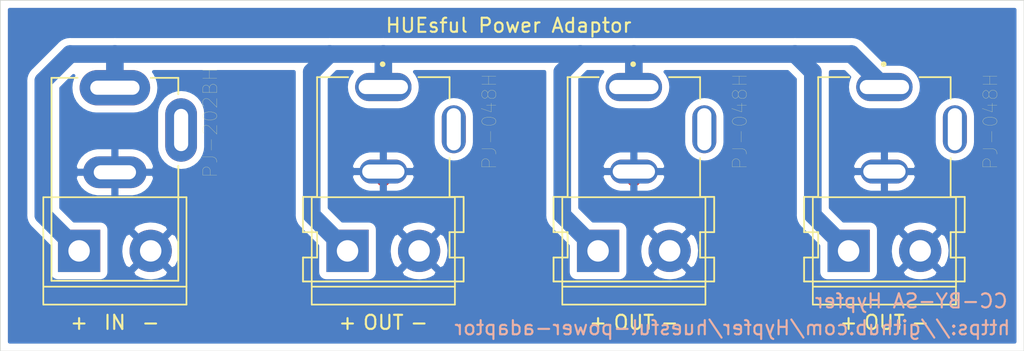
<source format=kicad_pcb>
(kicad_pcb (version 20171130) (host pcbnew "(5.1.7)-1")

  (general
    (thickness 1.6)
    (drawings 19)
    (tracks 25)
    (zones 0)
    (modules 8)
    (nets 7)
  )

  (page A4)
  (layers
    (0 F.Cu signal)
    (31 B.Cu signal)
    (32 B.Adhes user)
    (33 F.Adhes user)
    (34 B.Paste user)
    (35 F.Paste user)
    (36 B.SilkS user)
    (37 F.SilkS user)
    (38 B.Mask user)
    (39 F.Mask user)
    (40 Dwgs.User user)
    (41 Cmts.User user)
    (42 Eco1.User user)
    (43 Eco2.User user)
    (44 Edge.Cuts user)
    (45 Margin user)
    (46 B.CrtYd user hide)
    (47 F.CrtYd user hide)
    (48 B.Fab user)
    (49 F.Fab user hide)
  )

  (setup
    (last_trace_width 0.25)
    (user_trace_width 1.25)
    (trace_clearance 0.2)
    (zone_clearance 0.508)
    (zone_45_only no)
    (trace_min 0.2)
    (via_size 0.8)
    (via_drill 0.4)
    (via_min_size 0.4)
    (via_min_drill 0.3)
    (uvia_size 0.3)
    (uvia_drill 0.1)
    (uvias_allowed no)
    (uvia_min_size 0.2)
    (uvia_min_drill 0.1)
    (edge_width 0.05)
    (segment_width 0.2)
    (pcb_text_width 0.3)
    (pcb_text_size 1.5 1.5)
    (mod_edge_width 0.12)
    (mod_text_size 1 1)
    (mod_text_width 0.15)
    (pad_size 1.524 1.524)
    (pad_drill 0.762)
    (pad_to_mask_clearance 0)
    (aux_axis_origin 0 0)
    (visible_elements 7FFFFFFF)
    (pcbplotparams
      (layerselection 0x010fc_ffffffff)
      (usegerberextensions false)
      (usegerberattributes true)
      (usegerberadvancedattributes true)
      (creategerberjobfile true)
      (excludeedgelayer true)
      (linewidth 0.100000)
      (plotframeref false)
      (viasonmask false)
      (mode 1)
      (useauxorigin false)
      (hpglpennumber 1)
      (hpglpenspeed 20)
      (hpglpendiameter 15.000000)
      (psnegative false)
      (psa4output false)
      (plotreference true)
      (plotvalue true)
      (plotinvisibletext false)
      (padsonsilk false)
      (subtractmaskfromsilk false)
      (outputformat 1)
      (mirror false)
      (drillshape 0)
      (scaleselection 1)
      (outputdirectory "./plot/"))
  )

  (net 0 "")
  (net 1 "Net-(J1-Pad3)")
  (net 2 GND)
  (net 3 "Net-(J1-Pad1)")
  (net 4 "Net-(J2-Pad3)")
  (net 5 "Net-(J3-Pad3)")
  (net 6 "Net-(J4-Pad3)")

  (net_class Default "This is the default net class."
    (clearance 0.2)
    (trace_width 0.25)
    (via_dia 0.8)
    (via_drill 0.4)
    (uvia_dia 0.3)
    (uvia_drill 0.1)
    (add_net GND)
    (add_net "Net-(J1-Pad1)")
    (add_net "Net-(J1-Pad3)")
    (add_net "Net-(J2-Pad3)")
    (add_net "Net-(J3-Pad3)")
    (add_net "Net-(J4-Pad3)")
  )

  (module PJ-048H:CUI_PJ-048H (layer F.Cu) (tedit 5F931996) (tstamp 5F93CA8C)
    (at 168.91 63.5 270)
    (path /5F934203)
    (fp_text reference PJ-048H (at -4.096645 -7.528015 90) (layer F.SilkS)
      (effects (font (size 1.000402 1.000402) (thickness 0.015)))
    )
    (fp_text value PJ-048H (at -0.58566 7.59381 90) (layer F.Fab)
      (effects (font (size 1.001165 1.001165) (thickness 0.015)))
    )
    (fp_line (start 1.25 -4.7) (end -1.5 -4.7) (layer F.SilkS) (width 0.127))
    (fp_line (start -7.25 4.7) (end -7.25 2.5) (layer F.SilkS) (width 0.127))
    (fp_line (start -7.25 -4.7) (end -5.7 -4.7) (layer F.SilkS) (width 0.127))
    (fp_line (start -7.75 -6.25) (end 7.5 -6.25) (layer F.CrtYd) (width 0.05))
    (fp_line (start -7.75 6) (end -7.75 -6.25) (layer F.CrtYd) (width 0.05))
    (fp_line (start 7.5 6) (end -7.75 6) (layer F.CrtYd) (width 0.05))
    (fp_line (start 7.5 -6.25) (end 7.5 6) (layer F.CrtYd) (width 0.05))
    (fp_line (start 5.55 -5.7) (end 7.25 -5.7) (layer F.SilkS) (width 0.127))
    (fp_line (start 5.55 -4.7) (end 5.55 -5.7) (layer F.SilkS) (width 0.127))
    (fp_line (start 3.75 -4.7) (end 5.55 -4.7) (layer F.SilkS) (width 0.127))
    (fp_line (start 3.75 -5.7) (end 3.75 -4.7) (layer F.SilkS) (width 0.127))
    (fp_line (start 1.25 -5.7) (end 3.75 -5.7) (layer F.SilkS) (width 0.127))
    (fp_line (start 1.25 -4.7) (end 1.25 -5.7) (layer F.SilkS) (width 0.127))
    (fp_line (start -7.25 -2.5) (end -7.25 -4.7) (layer F.SilkS) (width 0.127))
    (fp_line (start 1.25 4.7) (end -7.25 4.7) (layer F.SilkS) (width 0.127))
    (fp_line (start 1.25 5.7) (end 1.25 4.7) (layer F.SilkS) (width 0.127))
    (fp_line (start 3.75 5.7) (end 1.25 5.7) (layer F.SilkS) (width 0.127))
    (fp_line (start 3.75 4.7) (end 3.75 5.7) (layer F.SilkS) (width 0.127))
    (fp_line (start 5.55 4.7) (end 3.75 4.7) (layer F.SilkS) (width 0.127))
    (fp_line (start 5.55 5.7) (end 5.55 4.7) (layer F.SilkS) (width 0.127))
    (fp_line (start 7.25 5.7) (end 5.55 5.7) (layer F.SilkS) (width 0.127))
    (fp_line (start 7.25 5.7) (end 7.25 -5.7) (layer F.Fab) (width 0.127))
    (fp_line (start 1.25 -4.7) (end -7.25 -4.7) (layer F.Fab) (width 0.127))
    (fp_line (start 1.25 -5.7) (end 1.25 -4.7) (layer F.Fab) (width 0.127))
    (fp_line (start 3.75 -5.7) (end 1.25 -5.7) (layer F.Fab) (width 0.127))
    (fp_line (start 3.75 -4.7) (end 3.75 -5.7) (layer F.Fab) (width 0.127))
    (fp_line (start 5.55 -4.7) (end 3.75 -4.7) (layer F.Fab) (width 0.127))
    (fp_line (start 5.55 -5.7) (end 5.55 -4.7) (layer F.Fab) (width 0.127))
    (fp_line (start 7.25 -5.7) (end 5.55 -5.7) (layer F.Fab) (width 0.127))
    (fp_line (start -7.25 4.7) (end -7.25 -4.7) (layer F.Fab) (width 0.127))
    (fp_line (start 1.25 4.7) (end -7.25 4.7) (layer F.Fab) (width 0.127))
    (fp_line (start 1.25 5.7) (end 1.25 4.7) (layer F.Fab) (width 0.127))
    (fp_line (start 3.75 5.7) (end 1.25 5.7) (layer F.Fab) (width 0.127))
    (fp_line (start 3.75 4.7) (end 3.75 5.7) (layer F.Fab) (width 0.127))
    (fp_line (start 5.55 4.7) (end 3.75 4.7) (layer F.Fab) (width 0.127))
    (fp_line (start 5.55 5.7) (end 5.55 4.7) (layer F.Fab) (width 0.127))
    (fp_line (start 7.25 5.7) (end 5.55 5.7) (layer F.Fab) (width 0.127))
    (fp_line (start 7.25 5.7) (end 7.25 -5.7) (layer F.SilkS) (width 0.127))
    (fp_circle (center -8.17 0.05) (end -8.07 0.05) (layer F.SilkS) (width 0.2))
    (pad 2 thru_hole oval (at -0.55 0 270) (size 1.7 3.4) (drill oval 1 3) (layers *.Cu *.Mask)
      (net 2 GND))
    (pad 3 thru_hole oval (at -3.55 -5 270) (size 3.4 1.7) (drill oval 3 1) (layers *.Cu *.Mask)
      (net 4 "Net-(J2-Pad3)"))
    (pad 1 thru_hole oval (at -6.55 0 270) (size 2 4) (drill oval 1 3.5) (layers *.Cu *.Mask)
      (net 3 "Net-(J1-Pad1)"))
  )

  (module TerminalBlock:TerminalBlock_bornier-2_P5.08mm (layer F.Cu) (tedit 59FF03AB) (tstamp 5F93A390)
    (at 184.15 68.58)
    (descr "simple 2-pin terminal block, pitch 5.08mm, revamped version of bornier2")
    (tags "terminal block bornier2")
    (path /5F93E71D)
    (fp_text reference J7 (at 2.54 -5.08) (layer F.SilkS) hide
      (effects (font (size 1 1) (thickness 0.15)))
    )
    (fp_text value "OUT 2" (at 2.54 5.08) (layer F.Fab)
      (effects (font (size 1 1) (thickness 0.15)))
    )
    (fp_line (start 7.79 4) (end -2.71 4) (layer F.CrtYd) (width 0.05))
    (fp_line (start 7.79 4) (end 7.79 -4) (layer F.CrtYd) (width 0.05))
    (fp_line (start -2.71 -4) (end -2.71 4) (layer F.CrtYd) (width 0.05))
    (fp_line (start -2.71 -4) (end 7.79 -4) (layer F.CrtYd) (width 0.05))
    (fp_line (start -2.54 3.81) (end 7.62 3.81) (layer F.SilkS) (width 0.12))
    (fp_line (start -2.54 -3.81) (end -2.54 3.81) (layer F.SilkS) (width 0.12))
    (fp_line (start 7.62 -3.81) (end -2.54 -3.81) (layer F.SilkS) (width 0.12))
    (fp_line (start 7.62 3.81) (end 7.62 -3.81) (layer F.SilkS) (width 0.12))
    (fp_line (start 7.62 2.54) (end -2.54 2.54) (layer F.SilkS) (width 0.12))
    (fp_line (start 7.54 -3.75) (end -2.46 -3.75) (layer F.Fab) (width 0.1))
    (fp_line (start 7.54 3.75) (end 7.54 -3.75) (layer F.Fab) (width 0.1))
    (fp_line (start -2.46 3.75) (end 7.54 3.75) (layer F.Fab) (width 0.1))
    (fp_line (start -2.46 -3.75) (end -2.46 3.75) (layer F.Fab) (width 0.1))
    (fp_line (start -2.41 2.55) (end 7.49 2.55) (layer F.Fab) (width 0.1))
    (fp_text user %R (at 2.54 0) (layer F.Fab)
      (effects (font (size 1 1) (thickness 0.15)))
    )
    (pad 2 thru_hole circle (at 5.08 0) (size 3 3) (drill 1.52) (layers *.Cu *.Mask)
      (net 2 GND))
    (pad 1 thru_hole rect (at 0 0) (size 3 3) (drill 1.52) (layers *.Cu *.Mask)
      (net 3 "Net-(J1-Pad1)"))
    (model ${KISYS3DMOD}/TerminalBlock.3dshapes/TerminalBlock_bornier-2_P5.08mm.wrl
      (offset (xyz 2.539999961853027 0 0))
      (scale (xyz 1 1 1))
      (rotate (xyz 0 0 0))
    )
  )

  (module TerminalBlock:TerminalBlock_bornier-2_P5.08mm (layer F.Cu) (tedit 59FF03AB) (tstamp 5F939EF4)
    (at 147.32 68.58)
    (descr "simple 2-pin terminal block, pitch 5.08mm, revamped version of bornier2")
    (tags "terminal block bornier2")
    (path /5F938A6A)
    (fp_text reference J5 (at 2.54 -5.08) (layer F.SilkS) hide
      (effects (font (size 1 1) (thickness 0.15)))
    )
    (fp_text value IN (at 2.54 5.08) (layer F.Fab)
      (effects (font (size 1 1) (thickness 0.15)))
    )
    (fp_line (start 7.79 4) (end -2.71 4) (layer F.CrtYd) (width 0.05))
    (fp_line (start 7.79 4) (end 7.79 -4) (layer F.CrtYd) (width 0.05))
    (fp_line (start -2.71 -4) (end -2.71 4) (layer F.CrtYd) (width 0.05))
    (fp_line (start -2.71 -4) (end 7.79 -4) (layer F.CrtYd) (width 0.05))
    (fp_line (start -2.54 3.81) (end 7.62 3.81) (layer F.SilkS) (width 0.12))
    (fp_line (start -2.54 -3.81) (end -2.54 3.81) (layer F.SilkS) (width 0.12))
    (fp_line (start 7.62 -3.81) (end -2.54 -3.81) (layer F.SilkS) (width 0.12))
    (fp_line (start 7.62 3.81) (end 7.62 -3.81) (layer F.SilkS) (width 0.12))
    (fp_line (start 7.62 2.54) (end -2.54 2.54) (layer F.SilkS) (width 0.12))
    (fp_line (start 7.54 -3.75) (end -2.46 -3.75) (layer F.Fab) (width 0.1))
    (fp_line (start 7.54 3.75) (end 7.54 -3.75) (layer F.Fab) (width 0.1))
    (fp_line (start -2.46 3.75) (end 7.54 3.75) (layer F.Fab) (width 0.1))
    (fp_line (start -2.46 -3.75) (end -2.46 3.75) (layer F.Fab) (width 0.1))
    (fp_line (start -2.41 2.55) (end 7.49 2.55) (layer F.Fab) (width 0.1))
    (fp_text user %R (at 2.54 0) (layer F.Fab)
      (effects (font (size 1 1) (thickness 0.15)))
    )
    (pad 2 thru_hole circle (at 5.08 0) (size 3 3) (drill 1.52) (layers *.Cu *.Mask)
      (net 2 GND))
    (pad 1 thru_hole rect (at 0 0) (size 3 3) (drill 1.52) (layers *.Cu *.Mask)
      (net 3 "Net-(J1-Pad1)"))
    (model ${KISYS3DMOD}/TerminalBlock.3dshapes/TerminalBlock_bornier-2_P5.08mm.wrl
      (offset (xyz 2.539999961853027 0 0))
      (scale (xyz 1 1 1))
      (rotate (xyz 0 0 0))
    )
  )

  (module TerminalBlock:TerminalBlock_bornier-2_P5.08mm (layer F.Cu) (tedit 59FF03AB) (tstamp 5F93A3A5)
    (at 201.93 68.58)
    (descr "simple 2-pin terminal block, pitch 5.08mm, revamped version of bornier2")
    (tags "terminal block bornier2")
    (path /5F93EFCF)
    (fp_text reference J8 (at 2.54 -5.08) (layer F.SilkS) hide
      (effects (font (size 1 1) (thickness 0.15)))
    )
    (fp_text value "OUT 3" (at 2.54 5.08) (layer F.Fab)
      (effects (font (size 1 1) (thickness 0.15)))
    )
    (fp_line (start 7.79 4) (end -2.71 4) (layer F.CrtYd) (width 0.05))
    (fp_line (start 7.79 4) (end 7.79 -4) (layer F.CrtYd) (width 0.05))
    (fp_line (start -2.71 -4) (end -2.71 4) (layer F.CrtYd) (width 0.05))
    (fp_line (start -2.71 -4) (end 7.79 -4) (layer F.CrtYd) (width 0.05))
    (fp_line (start -2.54 3.81) (end 7.62 3.81) (layer F.SilkS) (width 0.12))
    (fp_line (start -2.54 -3.81) (end -2.54 3.81) (layer F.SilkS) (width 0.12))
    (fp_line (start 7.62 -3.81) (end -2.54 -3.81) (layer F.SilkS) (width 0.12))
    (fp_line (start 7.62 3.81) (end 7.62 -3.81) (layer F.SilkS) (width 0.12))
    (fp_line (start 7.62 2.54) (end -2.54 2.54) (layer F.SilkS) (width 0.12))
    (fp_line (start 7.54 -3.75) (end -2.46 -3.75) (layer F.Fab) (width 0.1))
    (fp_line (start 7.54 3.75) (end 7.54 -3.75) (layer F.Fab) (width 0.1))
    (fp_line (start -2.46 3.75) (end 7.54 3.75) (layer F.Fab) (width 0.1))
    (fp_line (start -2.46 -3.75) (end -2.46 3.75) (layer F.Fab) (width 0.1))
    (fp_line (start -2.41 2.55) (end 7.49 2.55) (layer F.Fab) (width 0.1))
    (fp_text user %R (at 2.54 0) (layer F.Fab)
      (effects (font (size 1 1) (thickness 0.15)))
    )
    (pad 2 thru_hole circle (at 5.08 0) (size 3 3) (drill 1.52) (layers *.Cu *.Mask)
      (net 2 GND))
    (pad 1 thru_hole rect (at 0 0) (size 3 3) (drill 1.52) (layers *.Cu *.Mask)
      (net 3 "Net-(J1-Pad1)"))
    (model ${KISYS3DMOD}/TerminalBlock.3dshapes/TerminalBlock_bornier-2_P5.08mm.wrl
      (offset (xyz 2.539999961853027 0 0))
      (scale (xyz 1 1 1))
      (rotate (xyz 0 0 0))
    )
  )

  (module TerminalBlock:TerminalBlock_bornier-2_P5.08mm (layer F.Cu) (tedit 59FF03AB) (tstamp 5F93A37B)
    (at 166.37 68.58)
    (descr "simple 2-pin terminal block, pitch 5.08mm, revamped version of bornier2")
    (tags "terminal block bornier2")
    (path /5F93D322)
    (fp_text reference J6 (at 2.54 -5.08) (layer F.SilkS) hide
      (effects (font (size 1 1) (thickness 0.15)))
    )
    (fp_text value "OUT 1" (at 2.54 5.08) (layer F.Fab)
      (effects (font (size 1 1) (thickness 0.15)))
    )
    (fp_line (start 7.79 4) (end -2.71 4) (layer F.CrtYd) (width 0.05))
    (fp_line (start 7.79 4) (end 7.79 -4) (layer F.CrtYd) (width 0.05))
    (fp_line (start -2.71 -4) (end -2.71 4) (layer F.CrtYd) (width 0.05))
    (fp_line (start -2.71 -4) (end 7.79 -4) (layer F.CrtYd) (width 0.05))
    (fp_line (start -2.54 3.81) (end 7.62 3.81) (layer F.SilkS) (width 0.12))
    (fp_line (start -2.54 -3.81) (end -2.54 3.81) (layer F.SilkS) (width 0.12))
    (fp_line (start 7.62 -3.81) (end -2.54 -3.81) (layer F.SilkS) (width 0.12))
    (fp_line (start 7.62 3.81) (end 7.62 -3.81) (layer F.SilkS) (width 0.12))
    (fp_line (start 7.62 2.54) (end -2.54 2.54) (layer F.SilkS) (width 0.12))
    (fp_line (start 7.54 -3.75) (end -2.46 -3.75) (layer F.Fab) (width 0.1))
    (fp_line (start 7.54 3.75) (end 7.54 -3.75) (layer F.Fab) (width 0.1))
    (fp_line (start -2.46 3.75) (end 7.54 3.75) (layer F.Fab) (width 0.1))
    (fp_line (start -2.46 -3.75) (end -2.46 3.75) (layer F.Fab) (width 0.1))
    (fp_line (start -2.41 2.55) (end 7.49 2.55) (layer F.Fab) (width 0.1))
    (fp_text user %R (at 2.54 0) (layer F.Fab)
      (effects (font (size 1 1) (thickness 0.15)))
    )
    (pad 2 thru_hole circle (at 5.08 0) (size 3 3) (drill 1.52) (layers *.Cu *.Mask)
      (net 2 GND))
    (pad 1 thru_hole rect (at 0 0) (size 3 3) (drill 1.52) (layers *.Cu *.Mask)
      (net 3 "Net-(J1-Pad1)"))
    (model ${KISYS3DMOD}/TerminalBlock.3dshapes/TerminalBlock_bornier-2_P5.08mm.wrl
      (offset (xyz 2.539999961853027 0 0))
      (scale (xyz 1 1 1))
      (rotate (xyz 0 0 0))
    )
  )

  (module PJ-048H:CUI_PJ-048H (layer F.Cu) (tedit 5F931996) (tstamp 5F93CAE8)
    (at 204.47 63.5 270)
    (path /5F935F46)
    (fp_text reference PJ-048H (at -4.096645 -7.528015 90) (layer F.SilkS)
      (effects (font (size 1.000402 1.000402) (thickness 0.015)))
    )
    (fp_text value PJ-048H (at -0.58566 7.59381 90) (layer F.Fab)
      (effects (font (size 1.001165 1.001165) (thickness 0.015)))
    )
    (fp_line (start 1.25 -4.7) (end -1.5 -4.7) (layer F.SilkS) (width 0.127))
    (fp_line (start -7.25 4.7) (end -7.25 2.5) (layer F.SilkS) (width 0.127))
    (fp_line (start -7.25 -4.7) (end -5.7 -4.7) (layer F.SilkS) (width 0.127))
    (fp_line (start -7.75 -6.25) (end 7.5 -6.25) (layer F.CrtYd) (width 0.05))
    (fp_line (start -7.75 6) (end -7.75 -6.25) (layer F.CrtYd) (width 0.05))
    (fp_line (start 7.5 6) (end -7.75 6) (layer F.CrtYd) (width 0.05))
    (fp_line (start 7.5 -6.25) (end 7.5 6) (layer F.CrtYd) (width 0.05))
    (fp_line (start 5.55 -5.7) (end 7.25 -5.7) (layer F.SilkS) (width 0.127))
    (fp_line (start 5.55 -4.7) (end 5.55 -5.7) (layer F.SilkS) (width 0.127))
    (fp_line (start 3.75 -4.7) (end 5.55 -4.7) (layer F.SilkS) (width 0.127))
    (fp_line (start 3.75 -5.7) (end 3.75 -4.7) (layer F.SilkS) (width 0.127))
    (fp_line (start 1.25 -5.7) (end 3.75 -5.7) (layer F.SilkS) (width 0.127))
    (fp_line (start 1.25 -4.7) (end 1.25 -5.7) (layer F.SilkS) (width 0.127))
    (fp_line (start -7.25 -2.5) (end -7.25 -4.7) (layer F.SilkS) (width 0.127))
    (fp_line (start 1.25 4.7) (end -7.25 4.7) (layer F.SilkS) (width 0.127))
    (fp_line (start 1.25 5.7) (end 1.25 4.7) (layer F.SilkS) (width 0.127))
    (fp_line (start 3.75 5.7) (end 1.25 5.7) (layer F.SilkS) (width 0.127))
    (fp_line (start 3.75 4.7) (end 3.75 5.7) (layer F.SilkS) (width 0.127))
    (fp_line (start 5.55 4.7) (end 3.75 4.7) (layer F.SilkS) (width 0.127))
    (fp_line (start 5.55 5.7) (end 5.55 4.7) (layer F.SilkS) (width 0.127))
    (fp_line (start 7.25 5.7) (end 5.55 5.7) (layer F.SilkS) (width 0.127))
    (fp_line (start 7.25 5.7) (end 7.25 -5.7) (layer F.Fab) (width 0.127))
    (fp_line (start 1.25 -4.7) (end -7.25 -4.7) (layer F.Fab) (width 0.127))
    (fp_line (start 1.25 -5.7) (end 1.25 -4.7) (layer F.Fab) (width 0.127))
    (fp_line (start 3.75 -5.7) (end 1.25 -5.7) (layer F.Fab) (width 0.127))
    (fp_line (start 3.75 -4.7) (end 3.75 -5.7) (layer F.Fab) (width 0.127))
    (fp_line (start 5.55 -4.7) (end 3.75 -4.7) (layer F.Fab) (width 0.127))
    (fp_line (start 5.55 -5.7) (end 5.55 -4.7) (layer F.Fab) (width 0.127))
    (fp_line (start 7.25 -5.7) (end 5.55 -5.7) (layer F.Fab) (width 0.127))
    (fp_line (start -7.25 4.7) (end -7.25 -4.7) (layer F.Fab) (width 0.127))
    (fp_line (start 1.25 4.7) (end -7.25 4.7) (layer F.Fab) (width 0.127))
    (fp_line (start 1.25 5.7) (end 1.25 4.7) (layer F.Fab) (width 0.127))
    (fp_line (start 3.75 5.7) (end 1.25 5.7) (layer F.Fab) (width 0.127))
    (fp_line (start 3.75 4.7) (end 3.75 5.7) (layer F.Fab) (width 0.127))
    (fp_line (start 5.55 4.7) (end 3.75 4.7) (layer F.Fab) (width 0.127))
    (fp_line (start 5.55 5.7) (end 5.55 4.7) (layer F.Fab) (width 0.127))
    (fp_line (start 7.25 5.7) (end 5.55 5.7) (layer F.Fab) (width 0.127))
    (fp_line (start 7.25 5.7) (end 7.25 -5.7) (layer F.SilkS) (width 0.127))
    (fp_circle (center -8.17 0.05) (end -8.07 0.05) (layer F.SilkS) (width 0.2))
    (pad 2 thru_hole oval (at -0.55 0 270) (size 1.7 3.4) (drill oval 1 3) (layers *.Cu *.Mask)
      (net 2 GND))
    (pad 3 thru_hole oval (at -3.55 -5 270) (size 3.4 1.7) (drill oval 3 1) (layers *.Cu *.Mask)
      (net 6 "Net-(J4-Pad3)"))
    (pad 1 thru_hole oval (at -6.55 0 270) (size 2 4) (drill oval 1 3.5) (layers *.Cu *.Mask)
      (net 3 "Net-(J1-Pad1)"))
  )

  (module PJ-048H:CUI_PJ-048H (layer F.Cu) (tedit 5F931996) (tstamp 5F93CABA)
    (at 186.69 63.5 270)
    (path /5F934D34)
    (fp_text reference PJ-048H (at -4.096645 -7.528015 90) (layer F.SilkS)
      (effects (font (size 1.000402 1.000402) (thickness 0.015)))
    )
    (fp_text value PJ-048H (at -0.58566 7.59381 90) (layer F.Fab)
      (effects (font (size 1.001165 1.001165) (thickness 0.015)))
    )
    (fp_line (start 1.25 -4.7) (end -1.5 -4.7) (layer F.SilkS) (width 0.127))
    (fp_line (start -7.25 4.7) (end -7.25 2.5) (layer F.SilkS) (width 0.127))
    (fp_line (start -7.25 -4.7) (end -5.7 -4.7) (layer F.SilkS) (width 0.127))
    (fp_line (start -7.75 -6.25) (end 7.5 -6.25) (layer F.CrtYd) (width 0.05))
    (fp_line (start -7.75 6) (end -7.75 -6.25) (layer F.CrtYd) (width 0.05))
    (fp_line (start 7.5 6) (end -7.75 6) (layer F.CrtYd) (width 0.05))
    (fp_line (start 7.5 -6.25) (end 7.5 6) (layer F.CrtYd) (width 0.05))
    (fp_line (start 5.55 -5.7) (end 7.25 -5.7) (layer F.SilkS) (width 0.127))
    (fp_line (start 5.55 -4.7) (end 5.55 -5.7) (layer F.SilkS) (width 0.127))
    (fp_line (start 3.75 -4.7) (end 5.55 -4.7) (layer F.SilkS) (width 0.127))
    (fp_line (start 3.75 -5.7) (end 3.75 -4.7) (layer F.SilkS) (width 0.127))
    (fp_line (start 1.25 -5.7) (end 3.75 -5.7) (layer F.SilkS) (width 0.127))
    (fp_line (start 1.25 -4.7) (end 1.25 -5.7) (layer F.SilkS) (width 0.127))
    (fp_line (start -7.25 -2.5) (end -7.25 -4.7) (layer F.SilkS) (width 0.127))
    (fp_line (start 1.25 4.7) (end -7.25 4.7) (layer F.SilkS) (width 0.127))
    (fp_line (start 1.25 5.7) (end 1.25 4.7) (layer F.SilkS) (width 0.127))
    (fp_line (start 3.75 5.7) (end 1.25 5.7) (layer F.SilkS) (width 0.127))
    (fp_line (start 3.75 4.7) (end 3.75 5.7) (layer F.SilkS) (width 0.127))
    (fp_line (start 5.55 4.7) (end 3.75 4.7) (layer F.SilkS) (width 0.127))
    (fp_line (start 5.55 5.7) (end 5.55 4.7) (layer F.SilkS) (width 0.127))
    (fp_line (start 7.25 5.7) (end 5.55 5.7) (layer F.SilkS) (width 0.127))
    (fp_line (start 7.25 5.7) (end 7.25 -5.7) (layer F.Fab) (width 0.127))
    (fp_line (start 1.25 -4.7) (end -7.25 -4.7) (layer F.Fab) (width 0.127))
    (fp_line (start 1.25 -5.7) (end 1.25 -4.7) (layer F.Fab) (width 0.127))
    (fp_line (start 3.75 -5.7) (end 1.25 -5.7) (layer F.Fab) (width 0.127))
    (fp_line (start 3.75 -4.7) (end 3.75 -5.7) (layer F.Fab) (width 0.127))
    (fp_line (start 5.55 -4.7) (end 3.75 -4.7) (layer F.Fab) (width 0.127))
    (fp_line (start 5.55 -5.7) (end 5.55 -4.7) (layer F.Fab) (width 0.127))
    (fp_line (start 7.25 -5.7) (end 5.55 -5.7) (layer F.Fab) (width 0.127))
    (fp_line (start -7.25 4.7) (end -7.25 -4.7) (layer F.Fab) (width 0.127))
    (fp_line (start 1.25 4.7) (end -7.25 4.7) (layer F.Fab) (width 0.127))
    (fp_line (start 1.25 5.7) (end 1.25 4.7) (layer F.Fab) (width 0.127))
    (fp_line (start 3.75 5.7) (end 1.25 5.7) (layer F.Fab) (width 0.127))
    (fp_line (start 3.75 4.7) (end 3.75 5.7) (layer F.Fab) (width 0.127))
    (fp_line (start 5.55 4.7) (end 3.75 4.7) (layer F.Fab) (width 0.127))
    (fp_line (start 5.55 5.7) (end 5.55 4.7) (layer F.Fab) (width 0.127))
    (fp_line (start 7.25 5.7) (end 5.55 5.7) (layer F.Fab) (width 0.127))
    (fp_line (start 7.25 5.7) (end 7.25 -5.7) (layer F.SilkS) (width 0.127))
    (fp_circle (center -8.17 0.05) (end -8.07 0.05) (layer F.SilkS) (width 0.2))
    (pad 2 thru_hole oval (at -0.55 0 270) (size 1.7 3.4) (drill oval 1 3) (layers *.Cu *.Mask)
      (net 2 GND))
    (pad 3 thru_hole oval (at -3.55 -5 270) (size 3.4 1.7) (drill oval 3 1) (layers *.Cu *.Mask)
      (net 5 "Net-(J3-Pad3)"))
    (pad 1 thru_hole oval (at -6.55 0 270) (size 2 4) (drill oval 1 3.5) (layers *.Cu *.Mask)
      (net 3 "Net-(J1-Pad1)"))
  )

  (module PJ-202BH:CUI_PJ-202BH (layer F.Cu) (tedit 5F932C1E) (tstamp 5F93CA5E)
    (at 149.86 63.5 270)
    (path /5F931ACC)
    (fp_text reference PJ-202BH (at -4.019285 -6.772205 90) (layer F.SilkS)
      (effects (font (size 1.001063 1.001063) (thickness 0.015)))
    )
    (fp_text value PJ-202BH (at 0.43078 5.78545 90) (layer F.Fab)
      (effects (font (size 1.001811 1.001811) (thickness 0.015)))
    )
    (fp_line (start -7.2 -4.5) (end 7.2 -4.5) (layer F.Fab) (width 0.127))
    (fp_line (start 7.2 4.5) (end -7.2 4.5) (layer F.Fab) (width 0.127))
    (fp_line (start -7.2 4.5) (end -7.2 -4.5) (layer F.Fab) (width 0.127))
    (fp_line (start 7.2 -4.5) (end 7.2 4.5) (layer F.SilkS) (width 0.127))
    (fp_line (start 7.2 4.5) (end -7.2 4.5) (layer F.SilkS) (width 0.127))
    (fp_line (start -7.2 -4.5) (end -6.05 -4.5) (layer F.SilkS) (width 0.127))
    (fp_line (start -7.2 4.5) (end -7.2 2.65) (layer F.SilkS) (width 0.127))
    (fp_line (start -0.95 -4.5) (end 7.2 -4.5) (layer F.SilkS) (width 0.127))
    (fp_line (start -7.2 -2.55) (end -7.2 -4.5) (layer F.SilkS) (width 0.127))
    (fp_line (start -7.45 -4.75) (end -6.05 -4.75) (layer F.CrtYd) (width 0.05))
    (fp_line (start -6.05 -4.75) (end -6.05 -6.1) (layer F.CrtYd) (width 0.05))
    (fp_line (start -6.05 -6.1) (end -0.95 -6.1) (layer F.CrtYd) (width 0.05))
    (fp_line (start -0.95 -6.1) (end -0.95 -4.75) (layer F.CrtYd) (width 0.05))
    (fp_line (start -0.95 -4.75) (end 7.5 -4.75) (layer F.CrtYd) (width 0.05))
    (fp_line (start 7.5 -4.75) (end 7.5 4.75) (layer F.CrtYd) (width 0.05))
    (fp_line (start 7.5 4.75) (end -7.45 4.75) (layer F.CrtYd) (width 0.05))
    (fp_line (start -7.45 4.75) (end -7.45 2.35) (layer F.CrtYd) (width 0.05))
    (fp_line (start -7.45 -2.25) (end -7.45 -4.75) (layer F.CrtYd) (width 0.05))
    (fp_line (start -7.45 -2.25) (end -8.05 -2.25) (layer F.CrtYd) (width 0.05))
    (fp_line (start -8.05 -2.25) (end -8.05 2.35) (layer F.CrtYd) (width 0.05))
    (fp_line (start -8.05 2.35) (end -7.45 2.35) (layer F.CrtYd) (width 0.05))
    (fp_line (start 7.2 -4.5) (end 7.2 4.5) (layer F.Fab) (width 0.127))
    (pad 3 thru_hole oval (at -3.5 -4.7 270) (size 4.5 2.25) (drill oval 3 1) (layers *.Cu *.Mask)
      (net 1 "Net-(J1-Pad3)"))
    (pad 2 thru_hole oval (at -0.5 0 270) (size 2.25 4.5) (drill oval 1 3) (layers *.Cu *.Mask)
      (net 2 GND))
    (pad 1 thru_hole oval (at -6.5 0 270) (size 2.5 5) (drill oval 1 3.5) (layers *.Cu *.Mask)
      (net 3 "Net-(J1-Pad1)"))
  )

  (gr_text - (at 207.01 73.66) (layer F.SilkS) (tstamp 5F933EBA)
    (effects (font (size 1 1) (thickness 0.15)))
  )
  (gr_text + (at 201.93 73.66) (layer F.SilkS) (tstamp 5F933EB9)
    (effects (font (size 1 1) (thickness 0.15)))
  )
  (gr_text - (at 189.23 73.66) (layer F.SilkS) (tstamp 5F933EB3)
    (effects (font (size 1 1) (thickness 0.15)))
  )
  (gr_text + (at 184.15 73.66) (layer F.SilkS) (tstamp 5F933EB2)
    (effects (font (size 1 1) (thickness 0.15)))
  )
  (gr_text - (at 171.45 73.66) (layer F.SilkS) (tstamp 5F933EA9)
    (effects (font (size 1 1) (thickness 0.15)))
  )
  (gr_text + (at 166.37 73.66) (layer F.SilkS) (tstamp 5F933EA8)
    (effects (font (size 1 1) (thickness 0.15)))
  )
  (gr_text - (at 152.4 73.66) (layer F.SilkS)
    (effects (font (size 1 1) (thickness 0.15)))
  )
  (gr_text + (at 147.32 73.66) (layer F.SilkS)
    (effects (font (size 1 1) (thickness 0.15)))
  )
  (gr_line (start 141.732 75.692) (end 141.732 50.8) (layer Edge.Cuts) (width 0.05))
  (gr_line (start 214.376 75.692) (end 141.732 75.692) (layer Edge.Cuts) (width 0.05))
  (gr_line (start 214.376 50.8) (end 141.732 50.8) (layer Edge.Cuts) (width 0.05) (tstamp 5F93AC4D))
  (gr_line (start 214.376 75.692) (end 214.376 50.8) (layer Edge.Cuts) (width 0.05))
  (gr_text IN (at 149.86 73.66) (layer F.SilkS)
    (effects (font (size 1 1) (thickness 0.15)))
  )
  (gr_text "CC-BY-SA Hypfer" (at 206.375 72.136) (layer B.SilkS)
    (effects (font (size 1 1) (thickness 0.15)) (justify mirror))
  )
  (gr_text https://github.com/Hypfer/huesful-power-adaptor (at 193.675 74.041) (layer B.SilkS)
    (effects (font (size 1 1) (thickness 0.15)) (justify mirror))
  )
  (gr_text OUT (at 204.47 73.66) (layer F.SilkS)
    (effects (font (size 1 1) (thickness 0.15)))
  )
  (gr_text "OUT\n" (at 186.69 73.66) (layer F.SilkS)
    (effects (font (size 1 1) (thickness 0.15)))
  )
  (gr_text OUT (at 168.91 73.66) (layer F.SilkS)
    (effects (font (size 1 1) (thickness 0.15)))
  )
  (gr_text "HUEsful Power Adaptor" (at 177.8 52.578) (layer F.SilkS)
    (effects (font (size 1 1) (thickness 0.15)))
  )

  (segment (start 168.91 62.95) (end 168.91 63.5) (width 1) (layer F.Cu) (net 2))
  (segment (start 186.69 62.95) (end 186.69 63.5) (width 1) (layer F.Cu) (net 2))
  (segment (start 202.13 54.61) (end 204.47 56.95) (width 1.25) (layer B.Cu) (net 3))
  (segment (start 186.69 56.95) (end 186.69 54.61) (width 1.25) (layer B.Cu) (net 3))
  (segment (start 168.91 56.95) (end 168.91 54.61) (width 1.25) (layer B.Cu) (net 3))
  (segment (start 144.78 66.04) (end 147.32 68.58) (width 1.25) (layer B.Cu) (net 3))
  (segment (start 163.83 66.04) (end 166.37 68.58) (width 1.25) (layer B.Cu) (net 3))
  (segment (start 181.61 66.04) (end 184.15 68.58) (width 1.25) (layer B.Cu) (net 3))
  (segment (start 199.39 66.04) (end 201.93 68.58) (width 1.25) (layer B.Cu) (net 3))
  (segment (start 144.78 56.515) (end 144.78 66.04) (width 1.25) (layer B.Cu) (net 3))
  (segment (start 146.685 54.61) (end 144.78 56.515) (width 1.25) (layer B.Cu) (net 3))
  (segment (start 149.86 57) (end 149.86 54.61) (width 1.25) (layer B.Cu) (net 3))
  (segment (start 149.86 54.61) (end 146.685 54.61) (width 1.25) (layer B.Cu) (net 3))
  (segment (start 163.83 55.88) (end 165.1 54.61) (width 1.25) (layer B.Cu) (net 3))
  (segment (start 163.83 66.04) (end 163.83 55.88) (width 1.25) (layer B.Cu) (net 3))
  (segment (start 165.1 54.61) (end 149.86 54.61) (width 1.25) (layer B.Cu) (net 3))
  (segment (start 168.91 54.61) (end 165.1 54.61) (width 1.25) (layer B.Cu) (net 3))
  (segment (start 181.61 55.88) (end 182.88 54.61) (width 1.25) (layer B.Cu) (net 3))
  (segment (start 181.61 66.04) (end 181.61 55.88) (width 1.25) (layer B.Cu) (net 3))
  (segment (start 182.88 54.61) (end 186.69 54.61) (width 1.25) (layer B.Cu) (net 3))
  (segment (start 168.91 54.61) (end 182.88 54.61) (width 1.25) (layer B.Cu) (net 3))
  (segment (start 199.39 55.88) (end 198.12 54.61) (width 1.25) (layer B.Cu) (net 3))
  (segment (start 199.39 66.04) (end 199.39 55.88) (width 1.25) (layer B.Cu) (net 3))
  (segment (start 198.12 54.61) (end 202.13 54.61) (width 1.25) (layer B.Cu) (net 3))
  (segment (start 186.69 54.61) (end 198.12 54.61) (width 1.25) (layer B.Cu) (net 3))

  (zone (net 2) (net_name GND) (layer B.Cu) (tstamp 5F934020) (hatch edge 0.508)
    (connect_pads (clearance 0.508))
    (min_thickness 0.254)
    (fill yes (arc_segments 32) (thermal_gap 0.508) (thermal_bridge_width 0.508))
    (polygon
      (pts
        (xy 213.868 75.184) (xy 142.24 75.184) (xy 142.24 51.308) (xy 213.868 51.308)
      )
    )
    (filled_polygon
      (pts
        (xy 213.716 75.032) (xy 142.392 75.032) (xy 142.392 56.515) (xy 143.513905 56.515) (xy 143.52 56.576883)
        (xy 143.520001 65.978107) (xy 143.513905 66.04) (xy 143.538233 66.287003) (xy 143.61028 66.524513) (xy 143.72728 66.743405)
        (xy 143.845281 66.887189) (xy 143.884736 66.935265) (xy 143.932811 66.974719) (xy 145.181928 68.223837) (xy 145.181928 70.08)
        (xy 145.194188 70.204482) (xy 145.230498 70.32418) (xy 145.289463 70.434494) (xy 145.368815 70.531185) (xy 145.465506 70.610537)
        (xy 145.57582 70.669502) (xy 145.695518 70.705812) (xy 145.82 70.718072) (xy 148.82 70.718072) (xy 148.944482 70.705812)
        (xy 149.06418 70.669502) (xy 149.174494 70.610537) (xy 149.271185 70.531185) (xy 149.350537 70.434494) (xy 149.409502 70.32418)
        (xy 149.445812 70.204482) (xy 149.458072 70.08) (xy 149.458072 70.071653) (xy 151.087952 70.071653) (xy 151.243962 70.387214)
        (xy 151.618745 70.57802) (xy 152.023551 70.692044) (xy 152.442824 70.724902) (xy 152.860451 70.675334) (xy 153.260383 70.545243)
        (xy 153.556038 70.387214) (xy 153.712048 70.071653) (xy 152.4 68.759605) (xy 151.087952 70.071653) (xy 149.458072 70.071653)
        (xy 149.458072 68.622824) (xy 150.255098 68.622824) (xy 150.304666 69.040451) (xy 150.434757 69.440383) (xy 150.592786 69.736038)
        (xy 150.908347 69.892048) (xy 152.220395 68.58) (xy 152.579605 68.58) (xy 153.891653 69.892048) (xy 154.207214 69.736038)
        (xy 154.39802 69.361255) (xy 154.512044 68.956449) (xy 154.544902 68.537176) (xy 154.495334 68.119549) (xy 154.365243 67.719617)
        (xy 154.207214 67.423962) (xy 153.891653 67.267952) (xy 152.579605 68.58) (xy 152.220395 68.58) (xy 150.908347 67.267952)
        (xy 150.592786 67.423962) (xy 150.40198 67.798745) (xy 150.287956 68.203551) (xy 150.255098 68.622824) (xy 149.458072 68.622824)
        (xy 149.458072 67.088347) (xy 151.087952 67.088347) (xy 152.4 68.400395) (xy 153.712048 67.088347) (xy 153.556038 66.772786)
        (xy 153.181255 66.58198) (xy 152.776449 66.467956) (xy 152.357176 66.435098) (xy 151.939549 66.484666) (xy 151.539617 66.614757)
        (xy 151.243962 66.772786) (xy 151.087952 67.088347) (xy 149.458072 67.088347) (xy 149.458072 67.08) (xy 149.445812 66.955518)
        (xy 149.409502 66.83582) (xy 149.350537 66.725506) (xy 149.271185 66.628815) (xy 149.174494 66.549463) (xy 149.06418 66.490498)
        (xy 148.944482 66.454188) (xy 148.82 66.441928) (xy 146.963837 66.441928) (xy 146.04 65.518092) (xy 146.04 63.400043)
        (xy 147.021067 63.400043) (xy 147.060371 63.55619) (xy 147.201056 63.872207) (xy 147.400689 64.154705) (xy 147.651599 64.392829)
        (xy 147.944144 64.577427) (xy 148.267081 64.701406) (xy 148.608 64.76) (xy 149.733 64.76) (xy 149.733 63.127)
        (xy 149.987 63.127) (xy 149.987 64.76) (xy 151.112 64.76) (xy 151.452919 64.701406) (xy 151.775856 64.577427)
        (xy 152.068401 64.392829) (xy 152.319311 64.154705) (xy 152.518944 63.872207) (xy 152.659629 63.55619) (xy 152.698933 63.400043)
        (xy 152.581206 63.127) (xy 149.987 63.127) (xy 149.733 63.127) (xy 147.138794 63.127) (xy 147.021067 63.400043)
        (xy 146.04 63.400043) (xy 146.04 62.599957) (xy 147.021067 62.599957) (xy 147.138794 62.873) (xy 149.733 62.873)
        (xy 149.733 61.24) (xy 149.987 61.24) (xy 149.987 62.873) (xy 152.581206 62.873) (xy 152.698933 62.599957)
        (xy 152.659629 62.44381) (xy 152.518944 62.127793) (xy 152.319311 61.845295) (xy 152.068401 61.607171) (xy 151.775856 61.422573)
        (xy 151.452919 61.298594) (xy 151.112 61.24) (xy 149.987 61.24) (xy 149.733 61.24) (xy 148.608 61.24)
        (xy 148.267081 61.298594) (xy 147.944144 61.422573) (xy 147.651599 61.607171) (xy 147.400689 61.845295) (xy 147.201056 62.127793)
        (xy 147.060371 62.44381) (xy 147.021067 62.599957) (xy 146.04 62.599957) (xy 146.04 61.211452) (xy 152.8 61.211452)
        (xy 152.825467 61.470019) (xy 152.926105 61.80178) (xy 153.089534 62.107533) (xy 153.309471 62.375529) (xy 153.577466 62.595466)
        (xy 153.883219 62.758895) (xy 154.21498 62.859533) (xy 154.56 62.893515) (xy 154.905019 62.859533) (xy 155.23678 62.758895)
        (xy 155.542533 62.595466) (xy 155.810529 62.375529) (xy 156.030466 62.107534) (xy 156.193895 61.801781) (xy 156.294533 61.47002)
        (xy 156.32 61.211453) (xy 156.32 58.788547) (xy 156.294533 58.52998) (xy 156.193895 58.198219) (xy 156.030466 57.892466)
        (xy 155.810529 57.624471) (xy 155.542534 57.404534) (xy 155.236781 57.241105) (xy 154.90502 57.140467) (xy 154.56 57.106485)
        (xy 154.214981 57.140467) (xy 153.88322 57.241105) (xy 153.577467 57.404534) (xy 153.309472 57.624471) (xy 153.089535 57.892466)
        (xy 152.926106 58.198219) (xy 152.825468 58.52998) (xy 152.800001 58.788547) (xy 152.8 61.211452) (xy 146.04 61.211452)
        (xy 146.04 57.036908) (xy 146.927011 56.149898) (xy 146.860061 56.275152) (xy 146.752275 56.630476) (xy 146.71588 57)
        (xy 146.752275 57.369524) (xy 146.860061 57.724848) (xy 147.035097 58.052317) (xy 147.270655 58.339345) (xy 147.557683 58.574903)
        (xy 147.885152 58.749939) (xy 148.240476 58.857725) (xy 148.517403 58.885) (xy 151.202597 58.885) (xy 151.479524 58.857725)
        (xy 151.834848 58.749939) (xy 152.162317 58.574903) (xy 152.449345 58.339345) (xy 152.684903 58.052317) (xy 152.859939 57.724848)
        (xy 152.967725 57.369524) (xy 153.00412 57) (xy 152.967725 56.630476) (xy 152.859939 56.275152) (xy 152.684903 55.947683)
        (xy 152.62115 55.87) (xy 162.56489 55.87) (xy 162.563905 55.88) (xy 162.570001 55.941893) (xy 162.57 65.978117)
        (xy 162.563905 66.04) (xy 162.57 66.101883) (xy 162.57 66.101892) (xy 162.588232 66.287002) (xy 162.635228 66.441928)
        (xy 162.66028 66.524513) (xy 162.77728 66.743405) (xy 162.843603 66.82422) (xy 162.934735 66.935265) (xy 162.982816 66.974724)
        (xy 164.231928 68.223837) (xy 164.231928 70.08) (xy 164.244188 70.204482) (xy 164.280498 70.32418) (xy 164.339463 70.434494)
        (xy 164.418815 70.531185) (xy 164.515506 70.610537) (xy 164.62582 70.669502) (xy 164.745518 70.705812) (xy 164.87 70.718072)
        (xy 167.87 70.718072) (xy 167.994482 70.705812) (xy 168.11418 70.669502) (xy 168.224494 70.610537) (xy 168.321185 70.531185)
        (xy 168.400537 70.434494) (xy 168.459502 70.32418) (xy 168.495812 70.204482) (xy 168.508072 70.08) (xy 168.508072 70.071653)
        (xy 170.137952 70.071653) (xy 170.293962 70.387214) (xy 170.668745 70.57802) (xy 171.073551 70.692044) (xy 171.492824 70.724902)
        (xy 171.910451 70.675334) (xy 172.310383 70.545243) (xy 172.606038 70.387214) (xy 172.762048 70.071653) (xy 171.45 68.759605)
        (xy 170.137952 70.071653) (xy 168.508072 70.071653) (xy 168.508072 68.622824) (xy 169.305098 68.622824) (xy 169.354666 69.040451)
        (xy 169.484757 69.440383) (xy 169.642786 69.736038) (xy 169.958347 69.892048) (xy 171.270395 68.58) (xy 171.629605 68.58)
        (xy 172.941653 69.892048) (xy 173.257214 69.736038) (xy 173.44802 69.361255) (xy 173.562044 68.956449) (xy 173.594902 68.537176)
        (xy 173.545334 68.119549) (xy 173.415243 67.719617) (xy 173.257214 67.423962) (xy 172.941653 67.267952) (xy 171.629605 68.58)
        (xy 171.270395 68.58) (xy 169.958347 67.267952) (xy 169.642786 67.423962) (xy 169.45198 67.798745) (xy 169.337956 68.203551)
        (xy 169.305098 68.622824) (xy 168.508072 68.622824) (xy 168.508072 67.088347) (xy 170.137952 67.088347) (xy 171.45 68.400395)
        (xy 172.762048 67.088347) (xy 172.606038 66.772786) (xy 172.231255 66.58198) (xy 171.826449 66.467956) (xy 171.407176 66.435098)
        (xy 170.989549 66.484666) (xy 170.589617 66.614757) (xy 170.293962 66.772786) (xy 170.137952 67.088347) (xy 168.508072 67.088347)
        (xy 168.508072 67.08) (xy 168.495812 66.955518) (xy 168.459502 66.83582) (xy 168.400537 66.725506) (xy 168.321185 66.628815)
        (xy 168.224494 66.549463) (xy 168.11418 66.490498) (xy 167.994482 66.454188) (xy 167.87 66.441928) (xy 166.013837 66.441928)
        (xy 165.09 65.518092) (xy 165.09 63.30689) (xy 166.618524 63.30689) (xy 166.639437 63.400953) (xy 166.754709 63.669426)
        (xy 166.920143 63.910252) (xy 167.129381 64.114176) (xy 167.374382 64.273361) (xy 167.645731 64.38169) (xy 167.933 64.435)
        (xy 168.783 64.435) (xy 168.783 63.077) (xy 169.037 63.077) (xy 169.037 64.435) (xy 169.887 64.435)
        (xy 170.174269 64.38169) (xy 170.445618 64.273361) (xy 170.690619 64.114176) (xy 170.899857 63.910252) (xy 171.065291 63.669426)
        (xy 171.180563 63.400953) (xy 171.201476 63.30689) (xy 171.080155 63.077) (xy 169.037 63.077) (xy 168.783 63.077)
        (xy 166.739845 63.077) (xy 166.618524 63.30689) (xy 165.09 63.30689) (xy 165.09 62.59311) (xy 166.618524 62.59311)
        (xy 166.739845 62.823) (xy 168.783 62.823) (xy 168.783 61.465) (xy 169.037 61.465) (xy 169.037 62.823)
        (xy 171.080155 62.823) (xy 171.201476 62.59311) (xy 171.180563 62.499047) (xy 171.065291 62.230574) (xy 170.899857 61.989748)
        (xy 170.690619 61.785824) (xy 170.445618 61.626639) (xy 170.174269 61.51831) (xy 169.887 61.465) (xy 169.037 61.465)
        (xy 168.783 61.465) (xy 167.933 61.465) (xy 167.645731 61.51831) (xy 167.374382 61.626639) (xy 167.129381 61.785824)
        (xy 166.920143 61.989748) (xy 166.754709 62.230574) (xy 166.639437 62.499047) (xy 166.618524 62.59311) (xy 165.09 62.59311)
        (xy 165.09 59.02705) (xy 172.425 59.02705) (xy 172.425 60.872949) (xy 172.446487 61.09111) (xy 172.531401 61.371033)
        (xy 172.669294 61.629013) (xy 172.854866 61.855134) (xy 173.080986 62.040706) (xy 173.338966 62.178599) (xy 173.618889 62.263513)
        (xy 173.91 62.292185) (xy 174.20111 62.263513) (xy 174.481033 62.178599) (xy 174.739013 62.040706) (xy 174.965134 61.855134)
        (xy 175.150706 61.629014) (xy 175.288599 61.371034) (xy 175.373513 61.091111) (xy 175.395 60.87295) (xy 175.395 59.02705)
        (xy 175.373513 58.808889) (xy 175.288599 58.528966) (xy 175.150706 58.270986) (xy 174.965134 58.044866) (xy 174.739014 57.859294)
        (xy 174.481034 57.721401) (xy 174.201111 57.636487) (xy 173.91 57.607815) (xy 173.61889 57.636487) (xy 173.338967 57.721401)
        (xy 173.080987 57.859294) (xy 172.854867 58.044866) (xy 172.669295 58.270986) (xy 172.531402 58.528966) (xy 172.446488 58.808889)
        (xy 172.425 59.02705) (xy 165.09 59.02705) (xy 165.09 56.401908) (xy 165.621909 55.87) (xy 166.681225 55.87)
        (xy 166.543969 56.037248) (xy 166.392148 56.321285) (xy 166.298657 56.629484) (xy 166.267089 56.95) (xy 166.298657 57.270516)
        (xy 166.392148 57.578715) (xy 166.543969 57.862752) (xy 166.748286 58.111714) (xy 166.997248 58.316031) (xy 167.281285 58.467852)
        (xy 167.589484 58.561343) (xy 167.829678 58.585) (xy 169.990322 58.585) (xy 170.230516 58.561343) (xy 170.538715 58.467852)
        (xy 170.822752 58.316031) (xy 171.071714 58.111714) (xy 171.276031 57.862752) (xy 171.427852 57.578715) (xy 171.521343 57.270516)
        (xy 171.552911 56.95) (xy 171.521343 56.629484) (xy 171.427852 56.321285) (xy 171.276031 56.037248) (xy 171.138775 55.87)
        (xy 180.34489 55.87) (xy 180.343905 55.88) (xy 180.350001 55.941893) (xy 180.35 65.978117) (xy 180.343905 66.04)
        (xy 180.35 66.101883) (xy 180.35 66.101892) (xy 180.368232 66.287002) (xy 180.415228 66.441928) (xy 180.44028 66.524513)
        (xy 180.55728 66.743405) (xy 180.623603 66.82422) (xy 180.714735 66.935265) (xy 180.762816 66.974724) (xy 182.011928 68.223837)
        (xy 182.011928 70.08) (xy 182.024188 70.204482) (xy 182.060498 70.32418) (xy 182.119463 70.434494) (xy 182.198815 70.531185)
        (xy 182.295506 70.610537) (xy 182.40582 70.669502) (xy 182.525518 70.705812) (xy 182.65 70.718072) (xy 185.65 70.718072)
        (xy 185.774482 70.705812) (xy 185.89418 70.669502) (xy 186.004494 70.610537) (xy 186.101185 70.531185) (xy 186.180537 70.434494)
        (xy 186.239502 70.32418) (xy 186.275812 70.204482) (xy 186.288072 70.08) (xy 186.288072 70.071653) (xy 187.917952 70.071653)
        (xy 188.073962 70.387214) (xy 188.448745 70.57802) (xy 188.853551 70.692044) (xy 189.272824 70.724902) (xy 189.690451 70.675334)
        (xy 190.090383 70.545243) (xy 190.386038 70.387214) (xy 190.542048 70.071653) (xy 189.23 68.759605) (xy 187.917952 70.071653)
        (xy 186.288072 70.071653) (xy 186.288072 68.622824) (xy 187.085098 68.622824) (xy 187.134666 69.040451) (xy 187.264757 69.440383)
        (xy 187.422786 69.736038) (xy 187.738347 69.892048) (xy 189.050395 68.58) (xy 189.409605 68.58) (xy 190.721653 69.892048)
        (xy 191.037214 69.736038) (xy 191.22802 69.361255) (xy 191.342044 68.956449) (xy 191.374902 68.537176) (xy 191.325334 68.119549)
        (xy 191.195243 67.719617) (xy 191.037214 67.423962) (xy 190.721653 67.267952) (xy 189.409605 68.58) (xy 189.050395 68.58)
        (xy 187.738347 67.267952) (xy 187.422786 67.423962) (xy 187.23198 67.798745) (xy 187.117956 68.203551) (xy 187.085098 68.622824)
        (xy 186.288072 68.622824) (xy 186.288072 67.088347) (xy 187.917952 67.088347) (xy 189.23 68.400395) (xy 190.542048 67.088347)
        (xy 190.386038 66.772786) (xy 190.011255 66.58198) (xy 189.606449 66.467956) (xy 189.187176 66.435098) (xy 188.769549 66.484666)
        (xy 188.369617 66.614757) (xy 188.073962 66.772786) (xy 187.917952 67.088347) (xy 186.288072 67.088347) (xy 186.288072 67.08)
        (xy 186.275812 66.955518) (xy 186.239502 66.83582) (xy 186.180537 66.725506) (xy 186.101185 66.628815) (xy 186.004494 66.549463)
        (xy 185.89418 66.490498) (xy 185.774482 66.454188) (xy 185.65 66.441928) (xy 183.793837 66.441928) (xy 182.87 65.518092)
        (xy 182.87 63.30689) (xy 184.398524 63.30689) (xy 184.419437 63.400953) (xy 184.534709 63.669426) (xy 184.700143 63.910252)
        (xy 184.909381 64.114176) (xy 185.154382 64.273361) (xy 185.425731 64.38169) (xy 185.713 64.435) (xy 186.563 64.435)
        (xy 186.563 63.077) (xy 186.817 63.077) (xy 186.817 64.435) (xy 187.667 64.435) (xy 187.954269 64.38169)
        (xy 188.225618 64.273361) (xy 188.470619 64.114176) (xy 188.679857 63.910252) (xy 188.845291 63.669426) (xy 188.960563 63.400953)
        (xy 188.981476 63.30689) (xy 188.860155 63.077) (xy 186.817 63.077) (xy 186.563 63.077) (xy 184.519845 63.077)
        (xy 184.398524 63.30689) (xy 182.87 63.30689) (xy 182.87 62.59311) (xy 184.398524 62.59311) (xy 184.519845 62.823)
        (xy 186.563 62.823) (xy 186.563 61.465) (xy 186.817 61.465) (xy 186.817 62.823) (xy 188.860155 62.823)
        (xy 188.981476 62.59311) (xy 188.960563 62.499047) (xy 188.845291 62.230574) (xy 188.679857 61.989748) (xy 188.470619 61.785824)
        (xy 188.225618 61.626639) (xy 187.954269 61.51831) (xy 187.667 61.465) (xy 186.817 61.465) (xy 186.563 61.465)
        (xy 185.713 61.465) (xy 185.425731 61.51831) (xy 185.154382 61.626639) (xy 184.909381 61.785824) (xy 184.700143 61.989748)
        (xy 184.534709 62.230574) (xy 184.419437 62.499047) (xy 184.398524 62.59311) (xy 182.87 62.59311) (xy 182.87 59.02705)
        (xy 190.205 59.02705) (xy 190.205 60.872949) (xy 190.226487 61.09111) (xy 190.311401 61.371033) (xy 190.449294 61.629013)
        (xy 190.634866 61.855134) (xy 190.860986 62.040706) (xy 191.118966 62.178599) (xy 191.398889 62.263513) (xy 191.69 62.292185)
        (xy 191.98111 62.263513) (xy 192.261033 62.178599) (xy 192.519013 62.040706) (xy 192.745134 61.855134) (xy 192.930706 61.629014)
        (xy 193.068599 61.371034) (xy 193.153513 61.091111) (xy 193.175 60.87295) (xy 193.175 59.02705) (xy 193.153513 58.808889)
        (xy 193.068599 58.528966) (xy 192.930706 58.270986) (xy 192.745134 58.044866) (xy 192.519014 57.859294) (xy 192.261034 57.721401)
        (xy 191.981111 57.636487) (xy 191.69 57.607815) (xy 191.39889 57.636487) (xy 191.118967 57.721401) (xy 190.860987 57.859294)
        (xy 190.634867 58.044866) (xy 190.449295 58.270986) (xy 190.311402 58.528966) (xy 190.226488 58.808889) (xy 190.205 59.02705)
        (xy 182.87 59.02705) (xy 182.87 56.401908) (xy 183.401909 55.87) (xy 184.461225 55.87) (xy 184.323969 56.037248)
        (xy 184.172148 56.321285) (xy 184.078657 56.629484) (xy 184.047089 56.95) (xy 184.078657 57.270516) (xy 184.172148 57.578715)
        (xy 184.323969 57.862752) (xy 184.528286 58.111714) (xy 184.777248 58.316031) (xy 185.061285 58.467852) (xy 185.369484 58.561343)
        (xy 185.609678 58.585) (xy 187.770322 58.585) (xy 188.010516 58.561343) (xy 188.318715 58.467852) (xy 188.602752 58.316031)
        (xy 188.851714 58.111714) (xy 189.056031 57.862752) (xy 189.207852 57.578715) (xy 189.301343 57.270516) (xy 189.332911 56.95)
        (xy 189.301343 56.629484) (xy 189.207852 56.321285) (xy 189.056031 56.037248) (xy 188.918775 55.87) (xy 197.598092 55.87)
        (xy 198.130001 56.40191) (xy 198.13 65.978117) (xy 198.123905 66.04) (xy 198.13 66.101883) (xy 198.13 66.101892)
        (xy 198.148232 66.287002) (xy 198.195228 66.441928) (xy 198.22028 66.524513) (xy 198.33728 66.743405) (xy 198.403603 66.82422)
        (xy 198.494735 66.935265) (xy 198.542816 66.974724) (xy 199.791928 68.223837) (xy 199.791928 70.08) (xy 199.804188 70.204482)
        (xy 199.840498 70.32418) (xy 199.899463 70.434494) (xy 199.978815 70.531185) (xy 200.075506 70.610537) (xy 200.18582 70.669502)
        (xy 200.305518 70.705812) (xy 200.43 70.718072) (xy 203.43 70.718072) (xy 203.554482 70.705812) (xy 203.67418 70.669502)
        (xy 203.784494 70.610537) (xy 203.881185 70.531185) (xy 203.960537 70.434494) (xy 204.019502 70.32418) (xy 204.055812 70.204482)
        (xy 204.068072 70.08) (xy 204.068072 70.071653) (xy 205.697952 70.071653) (xy 205.853962 70.387214) (xy 206.228745 70.57802)
        (xy 206.633551 70.692044) (xy 207.052824 70.724902) (xy 207.470451 70.675334) (xy 207.870383 70.545243) (xy 208.166038 70.387214)
        (xy 208.322048 70.071653) (xy 207.01 68.759605) (xy 205.697952 70.071653) (xy 204.068072 70.071653) (xy 204.068072 68.622824)
        (xy 204.865098 68.622824) (xy 204.914666 69.040451) (xy 205.044757 69.440383) (xy 205.202786 69.736038) (xy 205.518347 69.892048)
        (xy 206.830395 68.58) (xy 207.189605 68.58) (xy 208.501653 69.892048) (xy 208.817214 69.736038) (xy 209.00802 69.361255)
        (xy 209.122044 68.956449) (xy 209.154902 68.537176) (xy 209.105334 68.119549) (xy 208.975243 67.719617) (xy 208.817214 67.423962)
        (xy 208.501653 67.267952) (xy 207.189605 68.58) (xy 206.830395 68.58) (xy 205.518347 67.267952) (xy 205.202786 67.423962)
        (xy 205.01198 67.798745) (xy 204.897956 68.203551) (xy 204.865098 68.622824) (xy 204.068072 68.622824) (xy 204.068072 67.088347)
        (xy 205.697952 67.088347) (xy 207.01 68.400395) (xy 208.322048 67.088347) (xy 208.166038 66.772786) (xy 207.791255 66.58198)
        (xy 207.386449 66.467956) (xy 206.967176 66.435098) (xy 206.549549 66.484666) (xy 206.149617 66.614757) (xy 205.853962 66.772786)
        (xy 205.697952 67.088347) (xy 204.068072 67.088347) (xy 204.068072 67.08) (xy 204.055812 66.955518) (xy 204.019502 66.83582)
        (xy 203.960537 66.725506) (xy 203.881185 66.628815) (xy 203.784494 66.549463) (xy 203.67418 66.490498) (xy 203.554482 66.454188)
        (xy 203.43 66.441928) (xy 201.573837 66.441928) (xy 200.65 65.518092) (xy 200.65 63.30689) (xy 202.178524 63.30689)
        (xy 202.199437 63.400953) (xy 202.314709 63.669426) (xy 202.480143 63.910252) (xy 202.689381 64.114176) (xy 202.934382 64.273361)
        (xy 203.205731 64.38169) (xy 203.493 64.435) (xy 204.343 64.435) (xy 204.343 63.077) (xy 204.597 63.077)
        (xy 204.597 64.435) (xy 205.447 64.435) (xy 205.734269 64.38169) (xy 206.005618 64.273361) (xy 206.250619 64.114176)
        (xy 206.459857 63.910252) (xy 206.625291 63.669426) (xy 206.740563 63.400953) (xy 206.761476 63.30689) (xy 206.640155 63.077)
        (xy 204.597 63.077) (xy 204.343 63.077) (xy 202.299845 63.077) (xy 202.178524 63.30689) (xy 200.65 63.30689)
        (xy 200.65 62.59311) (xy 202.178524 62.59311) (xy 202.299845 62.823) (xy 204.343 62.823) (xy 204.343 61.465)
        (xy 204.597 61.465) (xy 204.597 62.823) (xy 206.640155 62.823) (xy 206.761476 62.59311) (xy 206.740563 62.499047)
        (xy 206.625291 62.230574) (xy 206.459857 61.989748) (xy 206.250619 61.785824) (xy 206.005618 61.626639) (xy 205.734269 61.51831)
        (xy 205.447 61.465) (xy 204.597 61.465) (xy 204.343 61.465) (xy 203.493 61.465) (xy 203.205731 61.51831)
        (xy 202.934382 61.626639) (xy 202.689381 61.785824) (xy 202.480143 61.989748) (xy 202.314709 62.230574) (xy 202.199437 62.499047)
        (xy 202.178524 62.59311) (xy 200.65 62.59311) (xy 200.65 59.02705) (xy 207.985 59.02705) (xy 207.985 60.872949)
        (xy 208.006487 61.09111) (xy 208.091401 61.371033) (xy 208.229294 61.629013) (xy 208.414866 61.855134) (xy 208.640986 62.040706)
        (xy 208.898966 62.178599) (xy 209.178889 62.263513) (xy 209.47 62.292185) (xy 209.76111 62.263513) (xy 210.041033 62.178599)
        (xy 210.299013 62.040706) (xy 210.525134 61.855134) (xy 210.710706 61.629014) (xy 210.848599 61.371034) (xy 210.933513 61.091111)
        (xy 210.955 60.87295) (xy 210.955 59.02705) (xy 210.933513 58.808889) (xy 210.848599 58.528966) (xy 210.710706 58.270986)
        (xy 210.525134 58.044866) (xy 210.299014 57.859294) (xy 210.041034 57.721401) (xy 209.761111 57.636487) (xy 209.47 57.607815)
        (xy 209.17889 57.636487) (xy 208.898967 57.721401) (xy 208.640987 57.859294) (xy 208.414867 58.044866) (xy 208.229295 58.270986)
        (xy 208.091402 58.528966) (xy 208.006488 58.808889) (xy 207.985 59.02705) (xy 200.65 59.02705) (xy 200.65 55.941882)
        (xy 200.656095 55.879999) (xy 200.65511 55.87) (xy 201.608092 55.87) (xy 201.989499 56.251407) (xy 201.952148 56.321285)
        (xy 201.858657 56.629484) (xy 201.827089 56.95) (xy 201.858657 57.270516) (xy 201.952148 57.578715) (xy 202.103969 57.862752)
        (xy 202.308286 58.111714) (xy 202.557248 58.316031) (xy 202.841285 58.467852) (xy 203.149484 58.561343) (xy 203.389678 58.585)
        (xy 205.550322 58.585) (xy 205.790516 58.561343) (xy 206.098715 58.467852) (xy 206.382752 58.316031) (xy 206.631714 58.111714)
        (xy 206.836031 57.862752) (xy 206.987852 57.578715) (xy 207.081343 57.270516) (xy 207.112911 56.95) (xy 207.081343 56.629484)
        (xy 206.987852 56.321285) (xy 206.836031 56.037248) (xy 206.631714 55.788286) (xy 206.382752 55.583969) (xy 206.098715 55.432148)
        (xy 205.790516 55.338657) (xy 205.550322 55.315) (xy 204.616909 55.315) (xy 203.064724 53.762816) (xy 203.025265 53.714735)
        (xy 202.833405 53.55728) (xy 202.614514 53.44028) (xy 202.377003 53.368232) (xy 202.191893 53.35) (xy 202.191883 53.35)
        (xy 202.13 53.343905) (xy 202.068117 53.35) (xy 198.181883 53.35) (xy 198.12 53.343905) (xy 198.058117 53.35)
        (xy 186.751893 53.35) (xy 186.69 53.343904) (xy 186.628107 53.35) (xy 182.941882 53.35) (xy 182.879999 53.343905)
        (xy 182.818116 53.35) (xy 168.971893 53.35) (xy 168.91 53.343904) (xy 168.848107 53.35) (xy 165.161882 53.35)
        (xy 165.099999 53.343905) (xy 165.038116 53.35) (xy 149.921893 53.35) (xy 149.86 53.343904) (xy 149.798107 53.35)
        (xy 146.746893 53.35) (xy 146.685 53.343904) (xy 146.623107 53.35) (xy 146.437997 53.368232) (xy 146.200486 53.44028)
        (xy 145.981595 53.55728) (xy 145.789735 53.714735) (xy 145.750281 53.76281) (xy 143.932815 55.580276) (xy 143.884735 55.619735)
        (xy 143.793603 55.73078) (xy 143.72728 55.811595) (xy 143.690717 55.88) (xy 143.61028 56.030487) (xy 143.538232 56.267998)
        (xy 143.52 56.453108) (xy 143.52 56.453117) (xy 143.513905 56.515) (xy 142.392 56.515) (xy 142.392 51.46)
        (xy 213.716001 51.46)
      )
    )
  )
)

</source>
